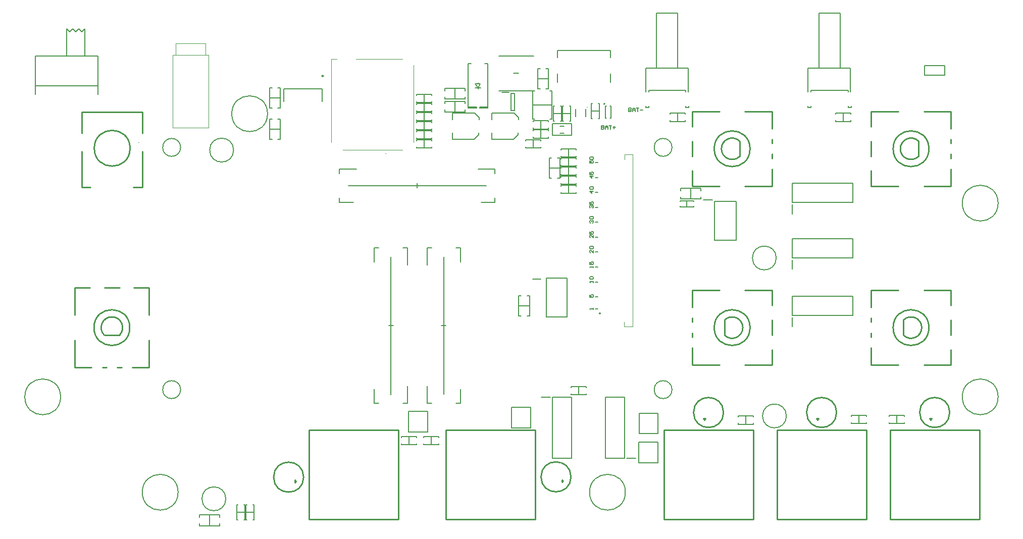
<source format=gto>
G04*
G04 #@! TF.GenerationSoftware,Altium Limited,Altium Designer,21.8.1 (53)*
G04*
G04 Layer_Color=65535*
%FSLAX25Y25*%
%MOIN*%
G70*
G04*
G04 #@! TF.SameCoordinates,5834F34B-C4A2-4629-ADC7-1C587854752A*
G04*
G04*
G04 #@! TF.FilePolarity,Positive*
G04*
G01*
G75*
%ADD10C,0.00600*%
%ADD11C,0.00984*%
%ADD12C,0.01000*%
%ADD13C,0.00787*%
%ADD14C,0.00394*%
%ADD15C,0.00500*%
%ADD16C,0.00591*%
%ADD17C,0.00050*%
D10*
X279528Y162992D02*
G03*
X279528Y162992I-7874J0D01*
G01*
X284646Y393307D02*
G03*
X284646Y393307I-7874J0D01*
G01*
X642913Y322047D02*
G03*
X642913Y322047I-7874J0D01*
G01*
X649606Y217717D02*
G03*
X649606Y217717I-7874J0D01*
G01*
X249683Y395086D02*
G03*
X249683Y395086I-5904J0D01*
G01*
Y235086D02*
G03*
X249683Y235086I-5904J0D01*
G01*
X307087Y417323D02*
G03*
X307087Y417323I-11811J0D01*
G01*
X789370Y358268D02*
G03*
X789370Y358268I-11811J0D01*
G01*
Y230315D02*
G03*
X789370Y230315I-11811J0D01*
G01*
X543307Y167323D02*
G03*
X543307Y167323I-11811J0D01*
G01*
X248031D02*
G03*
X248031Y167323I-11811J0D01*
G01*
X170472Y230315D02*
G03*
X170472Y230315I-11811J0D01*
G01*
X574101Y235086D02*
G03*
X574101Y235086I-5904J0D01*
G01*
Y395086D02*
G03*
X574101Y395086I-5904J0D01*
G01*
X396480Y328686D02*
X399580D01*
Y225986D02*
Y237286D01*
X377580Y225986D02*
X380480D01*
X377580Y319486D02*
Y328686D01*
Y225986D02*
Y235286D01*
X399580Y317486D02*
Y328686D01*
X377580D02*
X380480D01*
X396480Y225986D02*
X399580D01*
X459858Y455500D02*
X482858D01*
X459858Y432500D02*
X482858D01*
X469358Y444000D02*
X472858D01*
X523373Y288547D02*
X524973D01*
X523373Y296421D02*
X524973D01*
X523373Y306264D02*
X524973Y306264D01*
X523373Y316106D02*
X524973Y316106D01*
X523373Y325949D02*
X524973D01*
X523373Y335791D02*
X524973D01*
X523373Y345634D02*
X524973Y345634D01*
X523373Y355476D02*
X524973D01*
X523373Y365319D02*
X524973D01*
X523373Y375161D02*
X524973Y375161D01*
X523373Y385004D02*
X524973D01*
X412447Y328737D02*
X415547D01*
X412447Y226037D02*
Y237337D01*
X431547Y226037D02*
X434447D01*
Y319537D02*
Y328737D01*
Y226037D02*
Y235337D01*
X412447Y317537D02*
Y328737D01*
X431547D02*
X434447D01*
X412447Y226037D02*
X415547D01*
X457288Y377725D02*
X457288Y380825D01*
X354588D02*
X365888D01*
X354588Y361725D02*
X354588Y358825D01*
X448088D02*
X457288D01*
X354588D02*
X363888D01*
X446088Y380825D02*
X457288D01*
Y358825D02*
Y361725D01*
X354588Y380825D02*
X354588Y377725D01*
X545600Y421099D02*
Y418600D01*
X546850D01*
X547266Y419017D01*
Y419433D01*
X546850Y419850D01*
X545600D01*
X546850D01*
X547266Y420266D01*
Y420683D01*
X546850Y421099D01*
X545600D01*
X548099Y418600D02*
Y420266D01*
X548932Y421099D01*
X549765Y420266D01*
Y418600D01*
Y419850D01*
X548099D01*
X550598Y421099D02*
X552264D01*
X551431D01*
Y418600D01*
X553098Y419850D02*
X554764D01*
X527600Y409599D02*
Y407100D01*
X528850D01*
X529266Y407516D01*
Y407933D01*
X528850Y408350D01*
X527600D01*
X528850D01*
X529266Y408766D01*
Y409183D01*
X528850Y409599D01*
X527600D01*
X530099Y407100D02*
Y408766D01*
X530932Y409599D01*
X531765Y408766D01*
Y407100D01*
Y408350D01*
X530099D01*
X532598Y409599D02*
X534265D01*
X533431D01*
Y407100D01*
X535098Y408350D02*
X536764D01*
X535931Y409183D02*
Y407516D01*
X522273Y288147D02*
Y288980D01*
Y288564D01*
X519774D01*
X520191Y288147D01*
X519774Y297687D02*
Y296021D01*
X521024D01*
X520607Y296854D01*
Y297271D01*
X521024Y297687D01*
X521857D01*
X522273Y297271D01*
Y296438D01*
X521857Y296021D01*
X522273Y305864D02*
Y306697D01*
Y306280D01*
X519774D01*
X520191Y305864D01*
Y307946D02*
X519774Y308363D01*
Y309196D01*
X520191Y309613D01*
X521857D01*
X522273Y309196D01*
Y308363D01*
X521857Y307946D01*
X520191D01*
X522273Y315706D02*
Y316539D01*
Y316123D01*
X519774D01*
X520191Y315706D01*
X519774Y319455D02*
Y317789D01*
X521024D01*
X520607Y318622D01*
Y319039D01*
X521024Y319455D01*
X521857D01*
X522273Y319039D01*
Y318205D01*
X521857Y317789D01*
X522273Y327215D02*
Y325549D01*
X520607Y327215D01*
X520191D01*
X519774Y326798D01*
Y325965D01*
X520191Y325549D01*
Y328048D02*
X519774Y328465D01*
Y329298D01*
X520191Y329714D01*
X521857D01*
X522273Y329298D01*
Y328465D01*
X521857Y328048D01*
X520191D01*
X522273Y337057D02*
Y335391D01*
X520607Y337057D01*
X520191D01*
X519774Y336641D01*
Y335808D01*
X520191Y335391D01*
X519774Y339557D02*
Y337891D01*
X521024D01*
X520607Y338724D01*
Y339140D01*
X521024Y339557D01*
X521857D01*
X522273Y339140D01*
Y338307D01*
X521857Y337891D01*
X520191Y345234D02*
X519774Y345650D01*
Y346483D01*
X520191Y346900D01*
X520607D01*
X521024Y346483D01*
Y346067D01*
Y346483D01*
X521440Y346900D01*
X521857D01*
X522273Y346483D01*
Y345650D01*
X521857Y345234D01*
X520191Y347733D02*
X519774Y348150D01*
Y348983D01*
X520191Y349399D01*
X521857D01*
X522273Y348983D01*
Y348150D01*
X521857Y347733D01*
X520191D01*
Y355076D02*
X519774Y355493D01*
Y356326D01*
X520191Y356743D01*
X520607D01*
X521024Y356326D01*
Y355909D01*
Y356326D01*
X521440Y356743D01*
X521857D01*
X522273Y356326D01*
Y355493D01*
X521857Y355076D01*
X519774Y359242D02*
Y357576D01*
X521024D01*
X520607Y358409D01*
Y358825D01*
X521024Y359242D01*
X521857D01*
X522273Y358825D01*
Y357992D01*
X521857Y357576D01*
X522273Y366168D02*
X519774D01*
X521024Y364919D01*
Y366585D01*
X520191Y367418D02*
X519774Y367835D01*
Y368668D01*
X520191Y369084D01*
X521857D01*
X522273Y368668D01*
Y367835D01*
X521857Y367418D01*
X520191D01*
X522273Y376011D02*
X519774D01*
X521024Y374761D01*
Y376428D01*
X519774Y378927D02*
Y377261D01*
X521024D01*
X520607Y378094D01*
Y378510D01*
X521024Y378927D01*
X521857D01*
X522273Y378510D01*
Y377677D01*
X521857Y377261D01*
X519774Y386270D02*
Y384604D01*
X521024D01*
X520607Y385437D01*
Y385854D01*
X521024Y386270D01*
X521857D01*
X522273Y385854D01*
Y385020D01*
X521857Y384604D01*
X520191Y387103D02*
X519774Y387520D01*
Y388353D01*
X520191Y388769D01*
X521857D01*
X522273Y388353D01*
Y387520D01*
X521857Y387103D01*
X520191D01*
D11*
X343984Y442276D02*
G03*
X343984Y442276I-492J0D01*
G01*
D12*
X507397Y177500D02*
G03*
X507397Y177500I-9897J0D01*
G01*
X216311Y394500D02*
G03*
X216311Y394500I-11811J0D01*
G01*
X618777Y399175D02*
G03*
X618777Y389175I-5000J-5000D01*
G01*
X625588Y394175D02*
G03*
X625588Y394175I-11811J0D01*
G01*
X743698D02*
G03*
X743698Y394175I-11811J0D01*
G01*
X736887Y399175D02*
G03*
X736887Y389175I-5000J-5000D01*
G01*
X608092Y220000D02*
G03*
X608092Y220000I-9897J0D01*
G01*
X625588Y276065D02*
G03*
X625588Y276065I-11811J0D01*
G01*
X608777Y271065D02*
G03*
X608777Y281065I5000J5000D01*
G01*
X216139Y276065D02*
G03*
X216139Y276065I-11811J0D01*
G01*
X209328Y271065D02*
G03*
X199328Y271065I-5000J5000D01*
G01*
X682729Y220000D02*
G03*
X682729Y220000I-9897J0D01*
G01*
X757397D02*
G03*
X757397Y220000I-9897J0D01*
G01*
X330884Y177295D02*
G03*
X330884Y177295I-9897J0D01*
G01*
X743698Y276065D02*
G03*
X743698Y276065I-11811J0D01*
G01*
X726887Y271065D02*
G03*
X726887Y281065I5000J5000D01*
G01*
X501500Y174013D02*
X502287Y174800D01*
X501500Y175587D02*
X501500Y174013D01*
X501500Y175587D02*
X502287Y174800D01*
X424637Y149430D02*
X483692D01*
Y208485D01*
X424637Y149430D02*
Y208485D01*
X483692D01*
X334415Y149432D02*
X393471D01*
Y208488D01*
X334415Y149432D02*
Y208488D01*
X393471D01*
X718108Y149432D02*
X777163D01*
Y208488D01*
X718108Y149432D02*
Y208488D01*
X777163D01*
X643304Y149432D02*
X702360D01*
Y208488D01*
X643304Y149432D02*
Y208488D01*
X702360D01*
X568667Y149432D02*
X627723D01*
Y208488D01*
X568667Y149432D02*
Y208488D01*
X627723D01*
X224500Y404500D02*
Y418323D01*
X184500D02*
X224500D01*
X184500Y404500D02*
Y418323D01*
Y368823D02*
X190000D01*
X184500D02*
Y392323D01*
X224500Y368823D02*
Y392323D01*
X218500Y368823D02*
X224500D01*
X618777Y389175D02*
Y399175D01*
X622242Y369569D02*
X640155D01*
X622242Y418782D02*
X640155D01*
X587399Y369569D02*
X605312D01*
X587399Y418782D02*
X605312D01*
X587399Y408743D02*
Y418783D01*
X640155Y407562D02*
Y418782D01*
Y397797D02*
Y400553D01*
Y387876D02*
Y390632D01*
Y369569D02*
Y380790D01*
X587399Y389156D02*
Y399195D01*
Y369569D02*
Y379608D01*
X705509Y369569D02*
Y379608D01*
Y389156D02*
Y399195D01*
X758265Y369569D02*
Y380790D01*
Y387876D02*
Y390632D01*
Y397797D02*
Y400553D01*
Y407562D02*
Y418782D01*
X705509Y408743D02*
Y418783D01*
Y418782D02*
X723422D01*
X705509Y369569D02*
X723422D01*
X740352Y418782D02*
X758265D01*
X740352Y369569D02*
X758265D01*
X736887Y389175D02*
Y399175D01*
X595495Y215213D02*
X596282Y216000D01*
X594708D02*
X596282D01*
X594708D02*
X595495Y215213D01*
X640155Y290632D02*
Y300671D01*
Y271046D02*
Y281085D01*
X587399Y289451D02*
Y300671D01*
Y279608D02*
Y282364D01*
Y269687D02*
Y272443D01*
Y251458D02*
Y262678D01*
X640155Y251457D02*
Y261497D01*
X622242Y251458D02*
X640155D01*
X622242Y300671D02*
X640155D01*
X587399Y251458D02*
X605312D01*
X587399Y300671D02*
X605312D01*
X608777Y271065D02*
Y281065D01*
X179722Y302443D02*
X189761D01*
X199309D02*
X209348D01*
X179722Y249687D02*
X190942D01*
X198029D02*
X200785D01*
X207950D02*
X210706D01*
X217715D02*
X228935D01*
X218896Y302443D02*
X228936D01*
X228935Y284530D02*
Y302443D01*
X179722Y284530D02*
Y302443D01*
X228935Y249687D02*
Y267600D01*
X179722Y249687D02*
Y267600D01*
X199328Y271065D02*
X209328D01*
X670132Y215213D02*
X670919Y216000D01*
X669345D02*
X670919D01*
X669345D02*
X670132Y215213D01*
X744800Y215213D02*
X745587Y216000D01*
X744013D02*
X745587D01*
X744013D02*
X744800Y215213D01*
X324986Y175382D02*
X325773Y174595D01*
X324986Y175382D02*
X324986Y173808D01*
X325773Y174595D01*
X758265Y290632D02*
Y300671D01*
Y271046D02*
Y281085D01*
X705509Y289451D02*
Y300671D01*
Y279608D02*
Y282364D01*
Y269687D02*
Y272443D01*
Y251458D02*
Y262678D01*
X758265Y251457D02*
Y261497D01*
X740352Y251458D02*
X758265D01*
X740352Y300671D02*
X758265D01*
X705509Y251458D02*
X723422D01*
X705509Y300671D02*
X723422D01*
X726887Y271065D02*
Y281065D01*
D13*
X526867Y285447D02*
G03*
X526080Y285447I-394J0D01*
G01*
D02*
G03*
X526867Y285447I394J0D01*
G01*
X529779Y423803D02*
G03*
X529779Y423803I-394J0D01*
G01*
X518102Y421650D02*
G03*
X518102Y421650I-197J0D01*
G01*
X446000Y437055D02*
Y437843D01*
Y433906D02*
Y434299D01*
X444031Y437055D02*
X447575D01*
X444031D02*
X446000Y434299D01*
X447575Y437055D01*
X444031Y434299D02*
X447968D01*
X439500Y421110D02*
X445000D01*
X439500D02*
Y450374D01*
X445000Y421110D02*
X445000Y421874D01*
X439500Y421874D02*
X445000Y421874D01*
X447000Y421874D02*
X452500Y421874D01*
X447000Y421110D02*
Y421874D01*
X439500Y450374D02*
X441374D01*
X447000Y421110D02*
X452500D01*
X450626Y450374D02*
X452500D01*
Y421110D02*
Y450374D01*
X467819Y430709D02*
X470181Y430709D01*
X470181Y419291D02*
X470181Y430709D01*
X467819Y419291D02*
X470181Y419291D01*
X467819Y430709D02*
X467819Y419291D01*
X461717Y431299D02*
X466441D01*
X446652Y413377D02*
Y414754D01*
X443700Y417707D02*
X446652Y414754D01*
X429133Y417707D02*
X443700Y417707D01*
X429133Y413377D02*
Y417707D01*
X446575Y403291D02*
Y404669D01*
X443622Y400339D02*
X446575Y403291D01*
X429055Y400339D02*
X443622D01*
X429055D02*
Y404669D01*
X472652Y413377D02*
X472652Y414754D01*
X469699Y417707D02*
X472652Y414754D01*
X455133Y417707D02*
X469699Y417707D01*
X455133Y413377D02*
X455133Y417707D01*
X472575Y403291D02*
Y404669D01*
X469622Y400339D02*
X472575Y403291D01*
X455055Y400339D02*
X469622Y400339D01*
X455055Y400339D02*
X455055Y404669D01*
X343295Y425347D02*
X343295Y433614D01*
X317705D02*
X343295D01*
X317705D02*
X317705Y425347D01*
X663969Y431806D02*
Y447357D01*
X691921Y431806D02*
Y447357D01*
X663969D02*
X691921D01*
X665937Y431609D02*
Y432790D01*
X690347D01*
Y431609D02*
Y432790D01*
X663969Y421373D02*
Y422554D01*
Y421373D02*
X665937D01*
Y422554D01*
X692315Y421373D02*
Y422554D01*
X690347Y421373D02*
X692315D01*
X690347D02*
Y422554D01*
X671055Y447357D02*
Y483700D01*
X685228D01*
Y447357D02*
Y483700D01*
X556685Y431806D02*
Y447357D01*
X584638Y431806D02*
Y447357D01*
X556685D02*
X584638D01*
X558654Y431609D02*
Y432790D01*
X583063D01*
Y431609D02*
Y432790D01*
X556685Y421373D02*
Y422554D01*
Y421373D02*
X558654Y421373D01*
Y422554D01*
X585032Y422554D02*
X585032Y421373D01*
X583063D02*
X585032D01*
X583063D02*
Y422554D01*
X563772Y447357D02*
Y483700D01*
X577945D01*
Y447357D02*
Y483700D01*
X653342Y276720D02*
Y282823D01*
X653421Y284201D02*
X693579D01*
Y296799D01*
X653421D02*
X693579D01*
X653421Y284201D02*
Y296799D01*
X653342Y351220D02*
Y357323D01*
X653421Y358701D02*
X693579D01*
Y371299D01*
X653421D02*
X693579D01*
X653421Y358701D02*
Y371299D01*
X491102Y308803D02*
X504898D01*
Y283197D02*
Y308803D01*
X491102Y283197D02*
X504898D01*
X491102D02*
Y308803D01*
X482252Y308264D02*
X487370D01*
X594832Y360279D02*
X600639Y360279D01*
X602017Y333705D02*
Y359295D01*
Y333705D02*
X616583D01*
Y359295D01*
X602017D02*
X616583D01*
X495201Y230079D02*
X507799D01*
Y189921D02*
Y230079D01*
X495201Y189921D02*
X507799D01*
X495201D02*
Y230079D01*
X487720Y230157D02*
X493823D01*
X480799Y209709D02*
Y223291D01*
X468201Y209709D02*
X480799D01*
X468201D02*
Y223291D01*
X480799D01*
X412799Y207209D02*
Y220791D01*
X400201Y207209D02*
X412799D01*
X400201D02*
Y220791D01*
X412799D01*
X530201Y189921D02*
X542799D01*
X530201D02*
Y230079D01*
X542799D01*
Y189921D02*
Y230079D01*
X544177Y189842D02*
X550280D01*
X552354Y205933D02*
Y219516D01*
X564953D01*
Y205933D02*
Y219516D01*
X552354Y205933D02*
X564953D01*
X552201Y186709D02*
Y200291D01*
X564799D01*
Y186709D02*
Y200291D01*
X552201Y186709D02*
X564799D01*
X754256Y442752D02*
Y449248D01*
X740870Y442752D02*
Y449248D01*
Y442752D02*
X754256D01*
X740870Y449248D02*
X754256D01*
X653421Y322201D02*
Y334799D01*
X693579D01*
Y322201D02*
Y334799D01*
X653421Y322201D02*
X693579D01*
X653342Y314721D02*
Y320823D01*
D14*
X385260Y391043D02*
G03*
X384866Y391043I-197J0D01*
G01*
D02*
G03*
X385260Y391043I197J0D01*
G01*
X542661Y390347D02*
X548173Y390347D01*
X542661Y387198D02*
Y390347D01*
X542520Y276772D02*
Y279921D01*
Y276772D02*
X548032D01*
Y390347D01*
X365402Y453445D02*
X396012D01*
X403539Y398327D02*
Y449508D01*
X356642Y393406D02*
X396012D01*
X349114Y398327D02*
Y453445D01*
X352705D01*
D15*
X388480Y231886D02*
Y322786D01*
X387079Y277356D02*
X390229D01*
X153831Y455590D02*
X195169D01*
X153831Y430000D02*
Y455590D01*
X195169Y430000D02*
Y455590D01*
X174500D02*
Y473307D01*
X186311Y455590D02*
Y473307D01*
X174500Y455590D02*
X186311D01*
X174500Y473307D02*
X176469Y471339D01*
X178437Y473307D01*
X180405Y471339D01*
X182374Y473307D01*
X184343Y471339D01*
X183358Y472323D02*
X184343Y471339D01*
X183358Y472323D02*
X184343Y471339D01*
X186311Y473307D01*
X153831Y435906D02*
X195169D01*
X222087Y398500D02*
X222146Y398441D01*
X500079Y409134D02*
X502835D01*
X500079Y404410D02*
X502835D01*
X533598Y454394D02*
Y459236D01*
X498402D02*
X533598D01*
X498402Y454394D02*
Y459236D01*
Y437937D02*
X498402Y443606D01*
X533598Y437937D02*
Y443606D01*
X423547Y231937D02*
Y322837D01*
X421798Y277407D02*
X424948Y277407D01*
X360488Y369725D02*
X451388D01*
X405959Y368324D02*
Y371474D01*
D16*
X430850Y418457D02*
Y425543D01*
X437543Y423969D02*
Y425543D01*
X424157D02*
X437543D01*
X424157Y423969D02*
Y425543D01*
Y418457D02*
Y420031D01*
Y418457D02*
X437543D01*
Y420031D01*
X430850Y426957D02*
X430850Y434043D01*
X437543Y432469D02*
Y434043D01*
X424157D02*
X437543D01*
X424157Y432469D02*
X424157Y434043D01*
X424157Y428532D02*
X424157Y426957D01*
X437543D01*
X437543Y428532D01*
X313968Y413842D02*
X315543D01*
Y400457D02*
Y413842D01*
X313968Y400457D02*
X315543D01*
X308457D02*
X310032D01*
X308457D02*
Y413842D01*
X310032D01*
X308457Y407150D02*
X315543D01*
X313968Y434342D02*
X315543D01*
Y420957D02*
Y434342D01*
X313968Y420957D02*
X315543D01*
X308457D02*
X310032D01*
X308457D02*
Y434342D01*
X310032D01*
X308457Y427650D02*
X315543D01*
X405559Y412744D02*
Y413500D01*
Y412744D02*
X415559D01*
Y413500D01*
Y417500D02*
Y418256D01*
X405559D02*
X415559D01*
X405559Y417500D02*
Y418256D01*
X410559Y412744D02*
Y418256D01*
X405559Y406744D02*
Y407500D01*
Y406744D02*
X415559D01*
Y407500D01*
Y411500D02*
Y412256D01*
X405559D02*
X415559D01*
X405559Y411500D02*
Y412256D01*
X410559Y406744D02*
Y412256D01*
X405559Y394744D02*
Y395500D01*
Y394744D02*
X415559D01*
Y395500D01*
Y399500D02*
Y400256D01*
X405559D02*
X415559D01*
X405559Y399500D02*
Y400256D01*
X410559Y394744D02*
Y400256D01*
X405559Y424744D02*
Y425500D01*
Y424744D02*
X415559D01*
Y425500D01*
Y429500D02*
Y430256D01*
X405559D02*
X415559D01*
X405559Y429500D02*
Y430256D01*
X410559Y424744D02*
Y430256D01*
X405559Y418744D02*
Y419500D01*
Y418744D02*
X415559D01*
Y419500D01*
Y423500D02*
Y424256D01*
X405559D02*
X415559D01*
X405559Y423500D02*
Y424256D01*
X410559Y418744D02*
Y424256D01*
X405559Y400744D02*
Y401500D01*
Y400744D02*
X415559D01*
Y401500D01*
Y405500D02*
Y406256D01*
X405559D02*
X415559D01*
X405559Y405500D02*
Y406256D01*
X410559Y400744D02*
Y406256D01*
X268909Y145210D02*
Y152296D01*
X275602Y150721D02*
Y152296D01*
X262216D02*
X275602D01*
X262216Y150721D02*
Y152296D01*
Y145210D02*
Y146784D01*
Y145210D02*
X275602D01*
Y146784D01*
X520744Y418941D02*
X526256D01*
X520744Y413941D02*
X521500D01*
X520744D02*
Y423941D01*
X521500D01*
X525500D02*
X526256D01*
Y413941D02*
Y423941D01*
X525500Y413941D02*
X526256D01*
X485457Y433658D02*
X487032D01*
X485457D02*
X485457Y447043D01*
X487032Y447043D01*
X490969D02*
X492543Y447043D01*
Y433658D02*
Y447043D01*
X490969Y433658D02*
X492543D01*
X485457Y440350D02*
X492543Y440350D01*
X692441Y212744D02*
Y213500D01*
Y212744D02*
X702441D01*
Y213500D01*
Y217500D02*
Y218256D01*
X692441D02*
X702441D01*
X692441Y217500D02*
Y218256D01*
X697441Y212744D02*
Y218256D01*
X482500Y394744D02*
Y400256D01*
X477500Y399500D02*
Y400256D01*
X487500D01*
Y399500D02*
Y400256D01*
Y394744D02*
Y395500D01*
X477500Y394744D02*
X487500D01*
X477500D02*
Y395500D01*
X495256Y402933D02*
X507657D01*
Y410610D01*
X495256D02*
X507657D01*
X495256Y402933D02*
Y410610D01*
X510622Y415547D02*
Y420272D01*
X517291Y415547D02*
Y420272D01*
X482441Y407244D02*
Y408000D01*
Y407244D02*
X492441D01*
X492441Y408000D01*
X492441Y412756D02*
X492441Y412000D01*
X482441Y412756D02*
X492441D01*
X482441Y412000D02*
Y412756D01*
X487441Y407244D02*
Y412756D01*
X501744Y422500D02*
X502500D01*
X501744Y412500D02*
Y422500D01*
Y412500D02*
X502500Y412500D01*
X506500D02*
X507256Y412500D01*
Y422500D01*
X506500D02*
X507256D01*
X501744Y417500D02*
X507256D01*
X500500Y412441D02*
X501256D01*
X501256Y422441D02*
X501256Y412441D01*
X500500Y422441D02*
X501256Y422441D01*
X495744D02*
X496500D01*
X495744Y412441D02*
Y422441D01*
Y412441D02*
X496500D01*
X495744Y417441D02*
X501256D01*
X482441Y401244D02*
Y402000D01*
Y401244D02*
X492441D01*
X492441Y402000D01*
X492441Y406756D02*
X492441Y406000D01*
X482441Y406756D02*
X492441D01*
X482441Y406000D02*
Y406756D01*
X487441Y401244D02*
Y406756D01*
X472957Y290500D02*
X480043D01*
X478469Y283807D02*
X480043D01*
Y297193D01*
X478469Y297193D02*
X480043Y297193D01*
X472957D02*
X474532Y297193D01*
X472957Y283807D02*
Y297193D01*
Y283807D02*
X474532D01*
X493017Y381526D02*
X500104D01*
X493017Y388219D02*
X494592D01*
X493017Y374833D02*
Y388219D01*
Y374833D02*
X494592Y374833D01*
X498529D02*
X500104Y374833D01*
Y388219D01*
X498529D02*
X500104D01*
X505941Y364744D02*
Y370256D01*
X510941Y364744D02*
Y365500D01*
X500941Y364744D02*
X510941D01*
X500941Y365500D02*
X500941Y364744D01*
X500941Y369500D02*
X500941Y370256D01*
X510941D01*
Y369500D02*
Y370256D01*
X505941Y370744D02*
Y376256D01*
X510941Y370744D02*
Y371500D01*
X500941Y370744D02*
X510941D01*
X500941Y371500D02*
X500941Y370744D01*
X500941Y375500D02*
X500941Y376256D01*
X510941D01*
Y375500D02*
Y376256D01*
X505941Y376744D02*
Y382256D01*
X510941Y376744D02*
X510941Y377500D01*
X500941Y376744D02*
X510941D01*
X500941D02*
Y377500D01*
Y381500D02*
Y382256D01*
X510941D01*
Y381500D02*
Y382256D01*
X505941Y382744D02*
Y388256D01*
X510941Y382744D02*
Y383500D01*
X500941Y382744D02*
X510941Y382744D01*
X500941Y382744D02*
X500941Y383500D01*
X500941Y387500D02*
Y388256D01*
X510941D01*
Y387500D02*
Y388256D01*
X505941Y388744D02*
Y394256D01*
X510941Y388744D02*
Y389500D01*
X500941Y388744D02*
X510941D01*
X500941Y389500D02*
X500941Y388744D01*
X500941Y393500D02*
Y394256D01*
X510941D01*
Y393500D02*
Y394256D01*
X482102Y423012D02*
X494898D01*
X493421Y413661D02*
X494898Y413661D01*
X494898Y432362D02*
X494898Y413661D01*
X493421Y432362D02*
X494898D01*
X482102Y432362D02*
X483579Y432362D01*
X482102Y413661D02*
Y432362D01*
Y413661D02*
X483579Y413661D01*
X579400Y355900D02*
Y356400D01*
Y355900D02*
X588400D01*
Y356400D01*
Y359400D02*
Y359900D01*
X579400D02*
X588400D01*
X579400Y359400D02*
Y359900D01*
X583900Y355900D02*
Y359900D01*
X586500Y360957D02*
Y368043D01*
X593193Y366469D02*
Y368043D01*
X579807D02*
X593193D01*
X579807Y366469D02*
Y368043D01*
Y360957D02*
Y362531D01*
Y360957D02*
X593193D01*
Y362531D01*
X512441Y231744D02*
Y237256D01*
X517441Y231744D02*
Y232500D01*
X507441Y231744D02*
X517441D01*
X507441D02*
Y232500D01*
Y236500D02*
Y237256D01*
X517441D01*
Y236500D02*
Y237256D01*
X400559Y198744D02*
Y204256D01*
X395559Y203500D02*
Y204256D01*
X405559D01*
Y203500D02*
Y204256D01*
Y198744D02*
Y199500D01*
X395559Y198744D02*
X405559D01*
X395559D02*
Y199500D01*
X415000Y198744D02*
Y204256D01*
X420000Y198744D02*
Y199500D01*
X410000Y198744D02*
X420000D01*
X410000D02*
Y199500D01*
Y203500D02*
Y204256D01*
X420000D01*
Y203500D02*
Y204256D01*
X577941Y412244D02*
Y417756D01*
X582941Y412244D02*
Y413000D01*
X572941Y412244D02*
X582941D01*
X572941D02*
Y413000D01*
Y417000D02*
Y417756D01*
X582941D01*
Y417000D02*
Y417756D01*
X687059Y412244D02*
Y417756D01*
X682059Y417000D02*
Y417756D01*
X692059D01*
Y417000D02*
Y417756D01*
Y412244D02*
Y413000D01*
X682059Y412244D02*
X692059D01*
X682059D02*
Y413000D01*
X292744Y154059D02*
X298256D01*
X292744Y149059D02*
X293500D01*
X292744D02*
Y159059D01*
X293500D01*
X297500D02*
X298256D01*
Y149059D02*
Y159059D01*
X297500Y149059D02*
X298256D01*
X722500Y212744D02*
Y218256D01*
X727500Y212744D02*
Y213500D01*
X717500Y212744D02*
X727500D01*
X717500D02*
Y213500D01*
Y217500D02*
Y218256D01*
X727500D01*
Y217500D02*
Y218256D01*
X622941Y212244D02*
Y217756D01*
X617941Y217000D02*
Y217756D01*
X627941D01*
Y217000D02*
Y217756D01*
Y212244D02*
Y213000D01*
X617941Y212244D02*
X627941D01*
X617941D02*
Y213000D01*
X286744Y153941D02*
X292256D01*
X286744Y148941D02*
X287500D01*
X286744D02*
Y158941D01*
X287500D01*
X291500D02*
X292256D01*
Y148941D02*
Y158941D01*
X291500Y148941D02*
X292256D01*
X530031Y422437D02*
X530819D01*
X530031Y414563D02*
Y422437D01*
Y414563D02*
X530819D01*
X533181D02*
X533968D01*
Y422437D01*
X533181D02*
X533968D01*
D17*
X244489Y407977D02*
X268111D01*
Y456009D01*
X246458D02*
Y463883D01*
X266143Y456009D02*
Y463883D01*
X244489Y456009D02*
X268111D01*
X246458Y463883D02*
X266143D01*
X244489Y407977D02*
Y456009D01*
M02*

</source>
